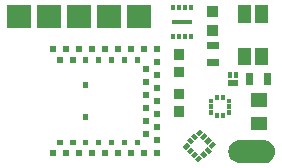
<source format=gbr>
G04 #@! TF.FileFunction,Soldermask,Top*
%FSLAX46Y46*%
G04 Gerber Fmt 4.6, Leading zero omitted, Abs format (unit mm)*
G04 Created by KiCad (PCBNEW 4.0.7) date Monday, October 21, 2019 'PMt' 07:48:59 PM*
%MOMM*%
%LPD*%
G01*
G04 APERTURE LIST*
%ADD10C,0.100000*%
G04 APERTURE END LIST*
D10*
G36*
X125045193Y-119011730D02*
X125054458Y-119011794D01*
X125054462Y-119011794D01*
X125054971Y-119011798D01*
X125249561Y-119033625D01*
X125436205Y-119092832D01*
X125607794Y-119187164D01*
X125757793Y-119313028D01*
X125880489Y-119465630D01*
X125971207Y-119639157D01*
X126026492Y-119827000D01*
X126026492Y-119827005D01*
X126026494Y-119827010D01*
X126044239Y-120022007D01*
X126023773Y-120216728D01*
X126023772Y-120216731D01*
X126023771Y-120216741D01*
X125965868Y-120403794D01*
X125872736Y-120576038D01*
X125747923Y-120726912D01*
X125596181Y-120850670D01*
X125423291Y-120942597D01*
X125235838Y-120999192D01*
X125040963Y-121018300D01*
X123117037Y-121018300D01*
X123112807Y-121018270D01*
X123103542Y-121018206D01*
X123103538Y-121018206D01*
X123103029Y-121018202D01*
X122908439Y-120996375D01*
X122721795Y-120937168D01*
X122550206Y-120842836D01*
X122400207Y-120716972D01*
X122277511Y-120564370D01*
X122186793Y-120390843D01*
X122131508Y-120203000D01*
X122131508Y-120202995D01*
X122131506Y-120202990D01*
X122113761Y-120007993D01*
X122134227Y-119813272D01*
X122134228Y-119813269D01*
X122134229Y-119813259D01*
X122192132Y-119626206D01*
X122285264Y-119453962D01*
X122410077Y-119303088D01*
X122561819Y-119179330D01*
X122734709Y-119087403D01*
X122922162Y-119030808D01*
X123117037Y-119011700D01*
X125040963Y-119011700D01*
X125045193Y-119011730D01*
X125045193Y-119011730D01*
G37*
G36*
X119903832Y-120567660D02*
X119542076Y-120929416D01*
X119272244Y-120659584D01*
X119634000Y-120297828D01*
X119903832Y-120567660D01*
X119903832Y-120567660D01*
G37*
G36*
X120349309Y-120306031D02*
X120079477Y-120575863D01*
X119717721Y-120214107D01*
X119987553Y-119944275D01*
X120349309Y-120306031D01*
X120349309Y-120306031D01*
G37*
G36*
X119550279Y-120214107D02*
X119188523Y-120575863D01*
X118918691Y-120306031D01*
X119280447Y-119944275D01*
X119550279Y-120214107D01*
X119550279Y-120214107D01*
G37*
G36*
X113013800Y-120400800D02*
X112512200Y-120400800D01*
X112512200Y-119899200D01*
X113013800Y-119899200D01*
X113013800Y-120400800D01*
X113013800Y-120400800D01*
G37*
G36*
X111913800Y-120400800D02*
X111412200Y-120400800D01*
X111412200Y-119899200D01*
X111913800Y-119899200D01*
X111913800Y-120400800D01*
X111913800Y-120400800D01*
G37*
G36*
X110813800Y-120400800D02*
X110312200Y-120400800D01*
X110312200Y-119899200D01*
X110813800Y-119899200D01*
X110813800Y-120400800D01*
X110813800Y-120400800D01*
G37*
G36*
X109713800Y-120400800D02*
X109212200Y-120400800D01*
X109212200Y-119899200D01*
X109713800Y-119899200D01*
X109713800Y-120400800D01*
X109713800Y-120400800D01*
G37*
G36*
X108613800Y-120400800D02*
X108112200Y-120400800D01*
X108112200Y-119899200D01*
X108613800Y-119899200D01*
X108613800Y-120400800D01*
X108613800Y-120400800D01*
G37*
G36*
X107513800Y-120400800D02*
X107012200Y-120400800D01*
X107012200Y-119899200D01*
X107513800Y-119899200D01*
X107513800Y-120400800D01*
X107513800Y-120400800D01*
G37*
G36*
X116313800Y-120400800D02*
X115812200Y-120400800D01*
X115812200Y-119899200D01*
X116313800Y-119899200D01*
X116313800Y-120400800D01*
X116313800Y-120400800D01*
G37*
G36*
X115213800Y-120400800D02*
X114712200Y-120400800D01*
X114712200Y-119899200D01*
X115213800Y-119899200D01*
X115213800Y-120400800D01*
X115213800Y-120400800D01*
G37*
G36*
X114113800Y-120400800D02*
X113612200Y-120400800D01*
X113612200Y-119899200D01*
X114113800Y-119899200D01*
X114113800Y-120400800D01*
X114113800Y-120400800D01*
G37*
G36*
X120702863Y-119952477D02*
X120433031Y-120222309D01*
X120071275Y-119860553D01*
X120341107Y-119590721D01*
X120702863Y-119952477D01*
X120702863Y-119952477D01*
G37*
G36*
X119196725Y-119860553D02*
X118834969Y-120222309D01*
X118565137Y-119952477D01*
X118926893Y-119590721D01*
X119196725Y-119860553D01*
X119196725Y-119860553D01*
G37*
G36*
X118843172Y-119507000D02*
X118481416Y-119868756D01*
X118211584Y-119598924D01*
X118573340Y-119237168D01*
X118843172Y-119507000D01*
X118843172Y-119507000D01*
G37*
G36*
X121056416Y-119415076D02*
X120694660Y-119776832D01*
X120424828Y-119507000D01*
X120786584Y-119145244D01*
X121056416Y-119415076D01*
X121056416Y-119415076D01*
G37*
G36*
X113563800Y-119500800D02*
X113062200Y-119500800D01*
X113062200Y-118999200D01*
X113563800Y-118999200D01*
X113563800Y-119500800D01*
X113563800Y-119500800D01*
G37*
G36*
X114663800Y-119500800D02*
X114162200Y-119500800D01*
X114162200Y-118999200D01*
X114663800Y-118999200D01*
X114663800Y-119500800D01*
X114663800Y-119500800D01*
G37*
G36*
X112463800Y-119500800D02*
X111962200Y-119500800D01*
X111962200Y-118999200D01*
X112463800Y-118999200D01*
X112463800Y-119500800D01*
X112463800Y-119500800D01*
G37*
G36*
X111363800Y-119500800D02*
X110862200Y-119500800D01*
X110862200Y-118999200D01*
X111363800Y-118999200D01*
X111363800Y-119500800D01*
X111363800Y-119500800D01*
G37*
G36*
X110263800Y-119500800D02*
X109762200Y-119500800D01*
X109762200Y-118999200D01*
X110263800Y-118999200D01*
X110263800Y-119500800D01*
X110263800Y-119500800D01*
G37*
G36*
X109163800Y-119500800D02*
X108662200Y-119500800D01*
X108662200Y-118999200D01*
X109163800Y-118999200D01*
X109163800Y-119500800D01*
X109163800Y-119500800D01*
G37*
G36*
X108063800Y-119500800D02*
X107562200Y-119500800D01*
X107562200Y-118999200D01*
X108063800Y-118999200D01*
X108063800Y-119500800D01*
X108063800Y-119500800D01*
G37*
G36*
X119196725Y-119153447D02*
X118926893Y-119423279D01*
X118565137Y-119061523D01*
X118834969Y-118791691D01*
X119196725Y-119153447D01*
X119196725Y-119153447D01*
G37*
G36*
X120702863Y-119061523D02*
X120341107Y-119423279D01*
X120071275Y-119153447D01*
X120433031Y-118791691D01*
X120702863Y-119061523D01*
X120702863Y-119061523D01*
G37*
G36*
X116313800Y-119300800D02*
X115812200Y-119300800D01*
X115812200Y-118799200D01*
X116313800Y-118799200D01*
X116313800Y-119300800D01*
X116313800Y-119300800D01*
G37*
G36*
X119550279Y-118799893D02*
X119280447Y-119069725D01*
X118918691Y-118707969D01*
X119188523Y-118438137D01*
X119550279Y-118799893D01*
X119550279Y-118799893D01*
G37*
G36*
X120349309Y-118707969D02*
X119987553Y-119069725D01*
X119717721Y-118799893D01*
X120079477Y-118438137D01*
X120349309Y-118707969D01*
X120349309Y-118707969D01*
G37*
G36*
X115413800Y-118750800D02*
X114912200Y-118750800D01*
X114912200Y-118249200D01*
X115413800Y-118249200D01*
X115413800Y-118750800D01*
X115413800Y-118750800D01*
G37*
G36*
X119995756Y-118354416D02*
X119634000Y-118716172D01*
X119364168Y-118446340D01*
X119725924Y-118084584D01*
X119995756Y-118354416D01*
X119995756Y-118354416D01*
G37*
G36*
X116313800Y-118200800D02*
X115812200Y-118200800D01*
X115812200Y-117699200D01*
X116313800Y-117699200D01*
X116313800Y-118200800D01*
X116313800Y-118200800D01*
G37*
G36*
X125389800Y-118200800D02*
X124038200Y-118200800D01*
X124038200Y-117099200D01*
X125389800Y-117099200D01*
X125389800Y-118200800D01*
X125389800Y-118200800D01*
G37*
G36*
X115413800Y-117650800D02*
X114912200Y-117650800D01*
X114912200Y-117149200D01*
X115413800Y-117149200D01*
X115413800Y-117650800D01*
X115413800Y-117650800D01*
G37*
G36*
X110263800Y-117350800D02*
X109762200Y-117350800D01*
X109762200Y-116849200D01*
X110263800Y-116849200D01*
X110263800Y-117350800D01*
X110263800Y-117350800D01*
G37*
G36*
X121837800Y-117155800D02*
X121486200Y-117155800D01*
X121486200Y-116779200D01*
X121837800Y-116779200D01*
X121837800Y-117155800D01*
X121837800Y-117155800D01*
G37*
G36*
X121337800Y-117155800D02*
X120986200Y-117155800D01*
X120986200Y-116779200D01*
X121337800Y-116779200D01*
X121337800Y-117155800D01*
X121337800Y-117155800D01*
G37*
G36*
X116313800Y-117100800D02*
X115812200Y-117100800D01*
X115812200Y-116599200D01*
X116313800Y-116599200D01*
X116313800Y-117100800D01*
X116313800Y-117100800D01*
G37*
G36*
X118345800Y-117088800D02*
X117494200Y-117088800D01*
X117494200Y-116187200D01*
X118345800Y-116187200D01*
X118345800Y-117088800D01*
X118345800Y-117088800D01*
G37*
G36*
X120837800Y-116880800D02*
X120461200Y-116880800D01*
X120461200Y-116529200D01*
X120837800Y-116529200D01*
X120837800Y-116880800D01*
X120837800Y-116880800D01*
G37*
G36*
X122362800Y-116880800D02*
X121986200Y-116880800D01*
X121986200Y-116529200D01*
X122362800Y-116529200D01*
X122362800Y-116880800D01*
X122362800Y-116880800D01*
G37*
G36*
X115413800Y-116550800D02*
X114912200Y-116550800D01*
X114912200Y-116049200D01*
X115413800Y-116049200D01*
X115413800Y-116550800D01*
X115413800Y-116550800D01*
G37*
G36*
X122362800Y-116380800D02*
X121986200Y-116380800D01*
X121986200Y-116029200D01*
X122362800Y-116029200D01*
X122362800Y-116380800D01*
X122362800Y-116380800D01*
G37*
G36*
X120837800Y-116380800D02*
X120461200Y-116380800D01*
X120461200Y-116029200D01*
X120837800Y-116029200D01*
X120837800Y-116380800D01*
X120837800Y-116380800D01*
G37*
G36*
X125389800Y-116200800D02*
X124038200Y-116200800D01*
X124038200Y-115099200D01*
X125389800Y-115099200D01*
X125389800Y-116200800D01*
X125389800Y-116200800D01*
G37*
G36*
X116313800Y-116000800D02*
X115812200Y-116000800D01*
X115812200Y-115499200D01*
X116313800Y-115499200D01*
X116313800Y-116000800D01*
X116313800Y-116000800D01*
G37*
G36*
X122362800Y-115880800D02*
X121986200Y-115880800D01*
X121986200Y-115529200D01*
X122362800Y-115529200D01*
X122362800Y-115880800D01*
X122362800Y-115880800D01*
G37*
G36*
X120837800Y-115880800D02*
X120461200Y-115880800D01*
X120461200Y-115529200D01*
X120837800Y-115529200D01*
X120837800Y-115880800D01*
X120837800Y-115880800D01*
G37*
G36*
X121337800Y-115630800D02*
X120986200Y-115630800D01*
X120986200Y-115254200D01*
X121337800Y-115254200D01*
X121337800Y-115630800D01*
X121337800Y-115630800D01*
G37*
G36*
X121837800Y-115630800D02*
X121486200Y-115630800D01*
X121486200Y-115254200D01*
X121837800Y-115254200D01*
X121837800Y-115630800D01*
X121837800Y-115630800D01*
G37*
G36*
X118345800Y-115588800D02*
X117494200Y-115588800D01*
X117494200Y-114687200D01*
X118345800Y-114687200D01*
X118345800Y-115588800D01*
X118345800Y-115588800D01*
G37*
G36*
X115413800Y-115450800D02*
X114912200Y-115450800D01*
X114912200Y-114949200D01*
X115413800Y-114949200D01*
X115413800Y-115450800D01*
X115413800Y-115450800D01*
G37*
G36*
X116313800Y-114900800D02*
X115812200Y-114900800D01*
X115812200Y-114399200D01*
X116313800Y-114399200D01*
X116313800Y-114900800D01*
X116313800Y-114900800D01*
G37*
G36*
X110263800Y-114650800D02*
X109762200Y-114650800D01*
X109762200Y-114149200D01*
X110263800Y-114149200D01*
X110263800Y-114650800D01*
X110263800Y-114650800D01*
G37*
G36*
X122892800Y-114456800D02*
X122091200Y-114456800D01*
X122091200Y-113955200D01*
X122892800Y-113955200D01*
X122892800Y-114456800D01*
X122892800Y-114456800D01*
G37*
G36*
X124200800Y-114356800D02*
X123599200Y-114356800D01*
X123599200Y-113355200D01*
X124200800Y-113355200D01*
X124200800Y-114356800D01*
X124200800Y-114356800D01*
G37*
G36*
X125700800Y-114356800D02*
X125099200Y-114356800D01*
X125099200Y-113355200D01*
X125700800Y-113355200D01*
X125700800Y-114356800D01*
X125700800Y-114356800D01*
G37*
G36*
X115413800Y-114350800D02*
X114912200Y-114350800D01*
X114912200Y-113849200D01*
X115413800Y-113849200D01*
X115413800Y-114350800D01*
X115413800Y-114350800D01*
G37*
G36*
X116313800Y-113800800D02*
X115812200Y-113800800D01*
X115812200Y-113299200D01*
X116313800Y-113299200D01*
X116313800Y-113800800D01*
X116313800Y-113800800D01*
G37*
G36*
X122442800Y-113756800D02*
X122091200Y-113756800D01*
X122091200Y-113255200D01*
X122442800Y-113255200D01*
X122442800Y-113756800D01*
X122442800Y-113756800D01*
G37*
G36*
X122892800Y-113756800D02*
X122541200Y-113756800D01*
X122541200Y-113255200D01*
X122892800Y-113255200D01*
X122892800Y-113756800D01*
X122892800Y-113756800D01*
G37*
G36*
X118345800Y-113722800D02*
X117494200Y-113722800D01*
X117494200Y-112821200D01*
X118345800Y-112821200D01*
X118345800Y-113722800D01*
X118345800Y-113722800D01*
G37*
G36*
X115413800Y-113250800D02*
X114912200Y-113250800D01*
X114912200Y-112749200D01*
X115413800Y-112749200D01*
X115413800Y-113250800D01*
X115413800Y-113250800D01*
G37*
G36*
X121277800Y-112810800D02*
X120276200Y-112810800D01*
X120276200Y-112209200D01*
X121277800Y-112209200D01*
X121277800Y-112810800D01*
X121277800Y-112810800D01*
G37*
G36*
X125501800Y-112722800D02*
X124350200Y-112722800D01*
X124350200Y-111221200D01*
X125501800Y-111221200D01*
X125501800Y-112722800D01*
X125501800Y-112722800D01*
G37*
G36*
X124061800Y-112722800D02*
X122910200Y-112722800D01*
X122910200Y-111221200D01*
X124061800Y-111221200D01*
X124061800Y-112722800D01*
X124061800Y-112722800D01*
G37*
G36*
X116313800Y-112700800D02*
X115812200Y-112700800D01*
X115812200Y-112199200D01*
X116313800Y-112199200D01*
X116313800Y-112700800D01*
X116313800Y-112700800D01*
G37*
G36*
X114663800Y-112500800D02*
X114162200Y-112500800D01*
X114162200Y-111999200D01*
X114663800Y-111999200D01*
X114663800Y-112500800D01*
X114663800Y-112500800D01*
G37*
G36*
X113563800Y-112500800D02*
X113062200Y-112500800D01*
X113062200Y-111999200D01*
X113563800Y-111999200D01*
X113563800Y-112500800D01*
X113563800Y-112500800D01*
G37*
G36*
X112463800Y-112500800D02*
X111962200Y-112500800D01*
X111962200Y-111999200D01*
X112463800Y-111999200D01*
X112463800Y-112500800D01*
X112463800Y-112500800D01*
G37*
G36*
X111363800Y-112500800D02*
X110862200Y-112500800D01*
X110862200Y-111999200D01*
X111363800Y-111999200D01*
X111363800Y-112500800D01*
X111363800Y-112500800D01*
G37*
G36*
X110263800Y-112500800D02*
X109762200Y-112500800D01*
X109762200Y-111999200D01*
X110263800Y-111999200D01*
X110263800Y-112500800D01*
X110263800Y-112500800D01*
G37*
G36*
X109163800Y-112500800D02*
X108662200Y-112500800D01*
X108662200Y-111999200D01*
X109163800Y-111999200D01*
X109163800Y-112500800D01*
X109163800Y-112500800D01*
G37*
G36*
X108063800Y-112500800D02*
X107562200Y-112500800D01*
X107562200Y-111999200D01*
X108063800Y-111999200D01*
X108063800Y-112500800D01*
X108063800Y-112500800D01*
G37*
G36*
X118345800Y-112222800D02*
X117494200Y-112222800D01*
X117494200Y-111321200D01*
X118345800Y-111321200D01*
X118345800Y-112222800D01*
X118345800Y-112222800D01*
G37*
G36*
X116313800Y-111600800D02*
X115812200Y-111600800D01*
X115812200Y-111099200D01*
X116313800Y-111099200D01*
X116313800Y-111600800D01*
X116313800Y-111600800D01*
G37*
G36*
X115213800Y-111600800D02*
X114712200Y-111600800D01*
X114712200Y-111099200D01*
X115213800Y-111099200D01*
X115213800Y-111600800D01*
X115213800Y-111600800D01*
G37*
G36*
X114113800Y-111600800D02*
X113612200Y-111600800D01*
X113612200Y-111099200D01*
X114113800Y-111099200D01*
X114113800Y-111600800D01*
X114113800Y-111600800D01*
G37*
G36*
X113013800Y-111600800D02*
X112512200Y-111600800D01*
X112512200Y-111099200D01*
X113013800Y-111099200D01*
X113013800Y-111600800D01*
X113013800Y-111600800D01*
G37*
G36*
X111913800Y-111600800D02*
X111412200Y-111600800D01*
X111412200Y-111099200D01*
X111913800Y-111099200D01*
X111913800Y-111600800D01*
X111913800Y-111600800D01*
G37*
G36*
X110813800Y-111600800D02*
X110312200Y-111600800D01*
X110312200Y-111099200D01*
X110813800Y-111099200D01*
X110813800Y-111600800D01*
X110813800Y-111600800D01*
G37*
G36*
X109713800Y-111600800D02*
X109212200Y-111600800D01*
X109212200Y-111099200D01*
X109713800Y-111099200D01*
X109713800Y-111600800D01*
X109713800Y-111600800D01*
G37*
G36*
X108613800Y-111600800D02*
X108112200Y-111600800D01*
X108112200Y-111099200D01*
X108613800Y-111099200D01*
X108613800Y-111600800D01*
X108613800Y-111600800D01*
G37*
G36*
X107513800Y-111600800D02*
X107012200Y-111600800D01*
X107012200Y-111099200D01*
X107513800Y-111099200D01*
X107513800Y-111600800D01*
X107513800Y-111600800D01*
G37*
G36*
X121277800Y-111310800D02*
X120276200Y-111310800D01*
X120276200Y-110709200D01*
X121277800Y-110709200D01*
X121277800Y-111310800D01*
X121277800Y-111310800D01*
G37*
G36*
X117599800Y-110480800D02*
X117248200Y-110480800D01*
X117248200Y-110029200D01*
X117599800Y-110029200D01*
X117599800Y-110480800D01*
X117599800Y-110480800D01*
G37*
G36*
X118099800Y-110480800D02*
X117748200Y-110480800D01*
X117748200Y-110029200D01*
X118099800Y-110029200D01*
X118099800Y-110480800D01*
X118099800Y-110480800D01*
G37*
G36*
X118599800Y-110480800D02*
X118248200Y-110480800D01*
X118248200Y-110029200D01*
X118599800Y-110029200D01*
X118599800Y-110480800D01*
X118599800Y-110480800D01*
G37*
G36*
X119099800Y-110480800D02*
X118748200Y-110480800D01*
X118748200Y-110029200D01*
X119099800Y-110029200D01*
X119099800Y-110480800D01*
X119099800Y-110480800D01*
G37*
G36*
X121227800Y-110216800D02*
X120326200Y-110216800D01*
X120326200Y-109315200D01*
X121227800Y-109315200D01*
X121227800Y-110216800D01*
X121227800Y-110216800D01*
G37*
G36*
X115557300Y-109588300D02*
X113550700Y-109588300D01*
X113550700Y-107581700D01*
X115557300Y-107581700D01*
X115557300Y-109588300D01*
X115557300Y-109588300D01*
G37*
G36*
X113017300Y-109588300D02*
X111010700Y-109588300D01*
X111010700Y-107581700D01*
X113017300Y-107581700D01*
X113017300Y-109588300D01*
X113017300Y-109588300D01*
G37*
G36*
X110477300Y-109588300D02*
X108470700Y-109588300D01*
X108470700Y-107581700D01*
X110477300Y-107581700D01*
X110477300Y-109588300D01*
X110477300Y-109588300D01*
G37*
G36*
X107937300Y-109588300D02*
X105930700Y-109588300D01*
X105930700Y-107581700D01*
X107937300Y-107581700D01*
X107937300Y-109588300D01*
X107937300Y-109588300D01*
G37*
G36*
X105397300Y-109588300D02*
X103390700Y-109588300D01*
X103390700Y-107581700D01*
X105397300Y-107581700D01*
X105397300Y-109588300D01*
X105397300Y-109588300D01*
G37*
G36*
X119024800Y-109180800D02*
X117323200Y-109180800D01*
X117323200Y-108879200D01*
X119024800Y-108879200D01*
X119024800Y-109180800D01*
X119024800Y-109180800D01*
G37*
G36*
X125501800Y-109122800D02*
X124350200Y-109122800D01*
X124350200Y-107621200D01*
X125501800Y-107621200D01*
X125501800Y-109122800D01*
X125501800Y-109122800D01*
G37*
G36*
X124061800Y-109122800D02*
X122910200Y-109122800D01*
X122910200Y-107621200D01*
X124061800Y-107621200D01*
X124061800Y-109122800D01*
X124061800Y-109122800D01*
G37*
G36*
X121227800Y-108616800D02*
X120326200Y-108616800D01*
X120326200Y-107715200D01*
X121227800Y-107715200D01*
X121227800Y-108616800D01*
X121227800Y-108616800D01*
G37*
G36*
X118599800Y-108030800D02*
X118248200Y-108030800D01*
X118248200Y-107579200D01*
X118599800Y-107579200D01*
X118599800Y-108030800D01*
X118599800Y-108030800D01*
G37*
G36*
X117599800Y-108030800D02*
X117248200Y-108030800D01*
X117248200Y-107579200D01*
X117599800Y-107579200D01*
X117599800Y-108030800D01*
X117599800Y-108030800D01*
G37*
G36*
X118099800Y-108030800D02*
X117748200Y-108030800D01*
X117748200Y-107579200D01*
X118099800Y-107579200D01*
X118099800Y-108030800D01*
X118099800Y-108030800D01*
G37*
G36*
X119099800Y-108030800D02*
X118748200Y-108030800D01*
X118748200Y-107579200D01*
X119099800Y-107579200D01*
X119099800Y-108030800D01*
X119099800Y-108030800D01*
G37*
M02*

</source>
